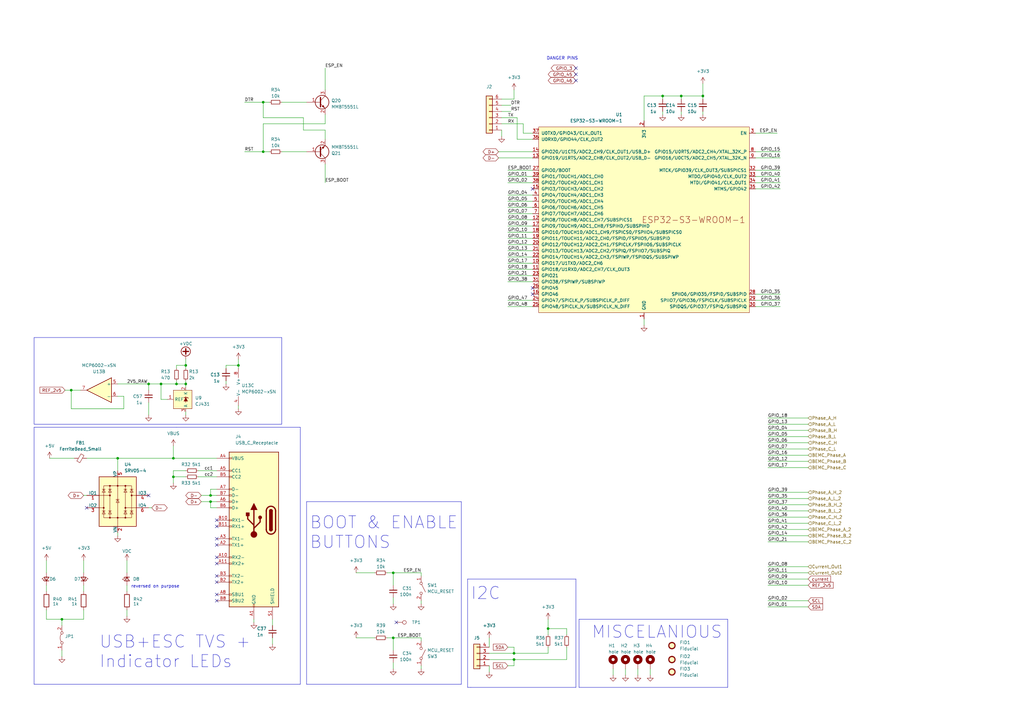
<source format=kicad_sch>
(kicad_sch (version 20230121) (generator eeschema)
  (paper "A3")
  (junction (at 71.12 187.96))
  (junction (at 279.4 39.37))
  (junction (at 76.2 157.48))
  (junction (at 48.26 187.96))
  (junction (at 210.82 267.97))
  (junction (at 86.36 205.74))
  (junction (at 25.4 254))
  (junction (at 86.36 203.2))
  (junction (at 271.78 39.37))
  (junction (at 107.95 62.23))
  (junction (at 288.29 39.37))
  (junction (at 224.79 257.81))
  (junction (at 161.29 234.95))
  (junction (at 107.95 41.91))
  (junction (at 66.04 157.48))
  (junction (at 76.2 149.86))
  (junction (at 210.82 270.51))
  (junction (at 97.79 149.86))
  (junction (at 29.21 160.02))
  (junction (at 60.96 157.48))
  (junction (at 72.39 157.48))
  (junction (at 161.29 261.62))
  (junction (at 71.12 195.58))
  (no_connect (at 88.9 228.6))
  (no_connect (at 218.44 118.11))
  (no_connect (at 60.96 203.2))
  (no_connect (at 88.9 213.36))
  (no_connect (at 236.22 33.02))
  (no_connect (at 88.9 220.98))
  (no_connect (at 218.44 77.47))
  (no_connect (at 88.9 215.9))
  (no_connect (at 88.9 243.84))
  (no_connect (at 236.22 27.94))
  (no_connect (at 88.9 231.14))
  (no_connect (at 88.9 246.38))
  (no_connect (at 88.9 238.76))
  (no_connect (at 236.22 30.48))
  (no_connect (at 88.9 236.22))
  (no_connect (at 162.56 255.27))
  (no_connect (at 218.44 120.65))
  (no_connect (at 35.56 208.28))
  (no_connect (at 88.9 223.52))
  (wire (pts (xy 309.88 64.77) (xy 320.04 64.77)))
  (wire (pts (xy 86.36 205.74) (xy 86.36 208.28)))
  (wire (pts (xy 76.2 195.58) (xy 71.12 195.58)))
  (wire (pts (xy 314.96 240.03) (xy 331.47 240.03)))
  (wire (pts (xy 204.47 64.77) (xy 218.44 64.77)))
  (wire (pts (xy 224.79 254) (xy 224.79 257.81)))
  (wire (pts (xy 208.28 107.95) (xy 218.44 107.95)))
  (wire (pts (xy 314.96 214.63) (xy 331.47 214.63)))
  (wire (pts (xy 48.26 157.48) (xy 60.96 157.48)))
  (wire (pts (xy 200.66 261.62) (xy 200.66 265.43)))
  (wire (pts (xy 208.28 72.39) (xy 218.44 72.39)))
  (wire (pts (xy 52.07 242.57) (xy 52.07 240.03)))
  (wire (pts (xy 107.95 48.26) (xy 107.95 41.91)))
  (wire (pts (xy 66.04 157.48) (xy 72.39 157.48)))
  (wire (pts (xy 205.74 45.72) (xy 209.55 45.72)))
  (wire (pts (xy 19.05 229.87) (xy 19.05 234.95)))
  (polyline (pts (xy 191.77 237.49) (xy 191.77 281.94)))
  (wire (pts (xy 50.8 167.64) (xy 29.21 167.64)))
  (wire (pts (xy 25.4 254) (xy 25.4 256.54)))
  (wire (pts (xy 208.28 80.01) (xy 218.44 80.01)))
  (wire (pts (xy 161.29 240.03) (xy 161.29 234.95)))
  (wire (pts (xy 314.96 181.61) (xy 331.47 181.61)))
  (wire (pts (xy 210.82 40.64) (xy 205.74 40.64)))
  (wire (pts (xy 271.78 39.37) (xy 279.4 39.37)))
  (wire (pts (xy 72.39 156.21) (xy 72.39 157.48)))
  (wire (pts (xy 172.72 262.89) (xy 172.72 261.62)))
  (wire (pts (xy 212.09 57.15) (xy 218.44 57.15)))
  (wire (pts (xy 97.79 147.32) (xy 97.79 149.86)))
  (wire (pts (xy 71.12 195.58) (xy 71.12 193.04)))
  (wire (pts (xy 208.28 265.43) (xy 210.82 265.43)))
  (wire (pts (xy 133.35 67.31) (xy 133.35 74.93)))
  (wire (pts (xy 133.35 53.34) (xy 124.46 53.34)))
  (wire (pts (xy 208.28 273.05) (xy 210.82 273.05)))
  (wire (pts (xy 19.05 240.03) (xy 19.05 242.57)))
  (wire (pts (xy 72.39 151.13) (xy 72.39 149.86)))
  (polyline (pts (xy 189.23 205.74) (xy 189.23 280.67)))
  (wire (pts (xy 331.47 246.38) (xy 314.96 246.38)))
  (wire (pts (xy 279.4 45.72) (xy 279.4 46.99)))
  (wire (pts (xy 146.05 234.95) (xy 153.67 234.95)))
  (wire (pts (xy 208.28 100.33) (xy 218.44 100.33)))
  (wire (pts (xy 29.21 160.02) (xy 33.02 160.02)))
  (polyline (pts (xy 236.22 281.94) (xy 236.22 237.49)))
  (wire (pts (xy 111.76 254) (xy 111.76 256.54)))
  (wire (pts (xy 25.4 254) (xy 34.29 254)))
  (wire (pts (xy 34.29 203.2) (xy 35.56 203.2)))
  (polyline (pts (xy 125.73 205.74) (xy 189.23 205.74)))
  (wire (pts (xy 25.4 266.7) (xy 25.4 269.24)))
  (wire (pts (xy 66.04 163.83) (xy 66.04 157.48)))
  (wire (pts (xy 35.56 187.96) (xy 48.26 187.96)))
  (wire (pts (xy 86.36 203.2) (xy 88.9 203.2)))
  (wire (pts (xy 309.88 72.39) (xy 320.04 72.39)))
  (wire (pts (xy 48.26 193.04) (xy 48.26 187.96)))
  (wire (pts (xy 210.82 36.83) (xy 210.82 40.64)))
  (wire (pts (xy 266.7 274.32) (xy 266.7 276.86)))
  (wire (pts (xy 314.96 204.47) (xy 331.47 204.47)))
  (wire (pts (xy 76.2 156.21) (xy 76.2 157.48)))
  (wire (pts (xy 107.95 41.91) (xy 110.49 41.91)))
  (polyline (pts (xy 72.39 175.26) (xy 123.19 175.26)))
  (wire (pts (xy 52.07 229.87) (xy 52.07 234.95)))
  (wire (pts (xy 309.88 74.93) (xy 320.04 74.93)))
  (polyline (pts (xy 237.49 254) (xy 298.45 254)))
  (wire (pts (xy 232.41 257.81) (xy 224.79 257.81)))
  (wire (pts (xy 271.78 39.37) (xy 271.78 40.64)))
  (wire (pts (xy 224.79 265.43) (xy 224.79 267.97)))
  (wire (pts (xy 111.76 261.62) (xy 111.76 264.16)))
  (wire (pts (xy 264.16 130.81) (xy 264.16 133.35)))
  (wire (pts (xy 314.96 234.95) (xy 331.47 234.95)))
  (wire (pts (xy 210.82 267.97) (xy 224.79 267.97)))
  (wire (pts (xy 172.72 273.05) (xy 172.72 274.32)))
  (wire (pts (xy 146.05 261.62) (xy 153.67 261.62)))
  (wire (pts (xy 314.96 207.01) (xy 331.47 207.01)))
  (wire (pts (xy 314.96 184.15) (xy 331.47 184.15)))
  (wire (pts (xy 107.95 50.8) (xy 107.95 62.23)))
  (wire (pts (xy 172.72 234.95) (xy 172.72 236.22)))
  (wire (pts (xy 208.28 113.03) (xy 218.44 113.03)))
  (wire (pts (xy 288.29 45.72) (xy 288.29 46.99)))
  (polyline (pts (xy 237.49 281.94) (xy 298.45 281.94)))
  (wire (pts (xy 86.36 208.28) (xy 88.9 208.28)))
  (wire (pts (xy 208.28 97.79) (xy 218.44 97.79)))
  (wire (pts (xy 76.2 147.32) (xy 76.2 149.86)))
  (polyline (pts (xy 236.22 237.49) (xy 191.77 237.49)))
  (wire (pts (xy 264.16 49.53) (xy 264.16 39.37)))
  (polyline (pts (xy 298.45 281.94) (xy 298.45 254)))
  (polyline (pts (xy 13.97 280.67) (xy 13.97 175.26)))
  (wire (pts (xy 92.71 149.86) (xy 97.79 149.86)))
  (wire (pts (xy 60.96 165.1) (xy 60.96 170.18)))
  (wire (pts (xy 314.96 201.93) (xy 331.47 201.93)))
  (wire (pts (xy 314.96 222.25) (xy 331.47 222.25)))
  (wire (pts (xy 208.28 102.87) (xy 218.44 102.87)))
  (polyline (pts (xy 13.97 175.26) (xy 72.39 175.26)))
  (wire (pts (xy 314.96 237.49) (xy 331.47 237.49)))
  (wire (pts (xy 279.4 39.37) (xy 288.29 39.37)))
  (wire (pts (xy 251.46 274.32) (xy 251.46 276.86)))
  (wire (pts (xy 200.66 270.51) (xy 210.82 270.51)))
  (wire (pts (xy 232.41 270.51) (xy 232.41 265.43)))
  (wire (pts (xy 208.28 82.55) (xy 218.44 82.55)))
  (wire (pts (xy 133.35 50.8) (xy 107.95 50.8)))
  (wire (pts (xy 200.66 275.59) (xy 200.66 273.05)))
  (wire (pts (xy 60.96 157.48) (xy 60.96 160.02)))
  (wire (pts (xy 314.96 217.17) (xy 331.47 217.17)))
  (wire (pts (xy 208.28 87.63) (xy 218.44 87.63)))
  (wire (pts (xy 97.79 166.37) (xy 97.79 167.64)))
  (wire (pts (xy 100.33 41.91) (xy 107.95 41.91)))
  (wire (pts (xy 205.74 50.8) (xy 214.63 50.8)))
  (polyline (pts (xy 123.19 175.26) (xy 123.19 280.67)))
  (wire (pts (xy 218.44 54.61) (xy 214.63 54.61)))
  (wire (pts (xy 208.28 69.85) (xy 218.44 69.85)))
  (wire (pts (xy 60.96 157.48) (xy 66.04 157.48)))
  (wire (pts (xy 26.67 160.02) (xy 29.21 160.02)))
  (wire (pts (xy 224.79 257.81) (xy 224.79 260.35)))
  (wire (pts (xy 314.96 232.41) (xy 331.47 232.41)))
  (wire (pts (xy 71.12 182.88) (xy 71.12 187.96)))
  (wire (pts (xy 261.62 274.32) (xy 261.62 276.86)))
  (wire (pts (xy 314.96 186.69) (xy 331.47 186.69)))
  (wire (pts (xy 71.12 187.96) (xy 88.9 187.96)))
  (wire (pts (xy 133.35 53.34) (xy 133.35 57.15)))
  (wire (pts (xy 161.29 266.7) (xy 161.29 261.62)))
  (wire (pts (xy 309.88 77.47) (xy 320.04 77.47)))
  (wire (pts (xy 20.32 187.96) (xy 30.48 187.96)))
  (wire (pts (xy 314.96 191.77) (xy 331.47 191.77)))
  (polyline (pts (xy 193.04 281.94) (xy 236.22 281.94)))
  (wire (pts (xy 133.35 27.94) (xy 133.35 36.83)))
  (wire (pts (xy 81.28 193.04) (xy 88.9 193.04)))
  (wire (pts (xy 232.41 260.35) (xy 232.41 257.81)))
  (wire (pts (xy 208.28 123.19) (xy 218.44 123.19)))
  (wire (pts (xy 314.96 189.23) (xy 331.47 189.23)))
  (wire (pts (xy 212.09 48.26) (xy 212.09 57.15)))
  (wire (pts (xy 158.75 234.95) (xy 161.29 234.95)))
  (wire (pts (xy 314.96 179.07) (xy 331.47 179.07)))
  (wire (pts (xy 205.74 55.88) (xy 205.74 53.34)))
  (wire (pts (xy 208.28 105.41) (xy 218.44 105.41)))
  (wire (pts (xy 68.58 163.83) (xy 66.04 163.83)))
  (wire (pts (xy 331.47 248.92) (xy 314.96 248.92)))
  (wire (pts (xy 72.39 149.86) (xy 76.2 149.86)))
  (wire (pts (xy 48.26 187.96) (xy 71.12 187.96)))
  (wire (pts (xy 81.28 195.58) (xy 88.9 195.58)))
  (wire (pts (xy 309.88 62.23) (xy 320.04 62.23)))
  (wire (pts (xy 19.05 254) (xy 25.4 254)))
  (wire (pts (xy 271.78 45.72) (xy 271.78 46.99)))
  (wire (pts (xy 124.46 48.26) (xy 107.95 48.26)))
  (wire (pts (xy 48.26 219.71) (xy 48.26 218.44)))
  (wire (pts (xy 314.96 171.45) (xy 331.47 171.45)))
  (wire (pts (xy 161.29 271.78) (xy 161.29 274.32)))
  (wire (pts (xy 82.55 205.74) (xy 86.36 205.74)))
  (wire (pts (xy 76.2 149.86) (xy 76.2 151.13)))
  (wire (pts (xy 256.54 274.32) (xy 256.54 276.86)))
  (wire (pts (xy 48.26 162.56) (xy 50.8 162.56)))
  (wire (pts (xy 212.09 48.26) (xy 205.74 48.26)))
  (wire (pts (xy 100.33 62.23) (xy 107.95 62.23)))
  (polyline (pts (xy 191.77 281.94) (xy 193.04 281.94)))
  (wire (pts (xy 92.71 149.86) (xy 92.71 151.13)))
  (wire (pts (xy 76.2 168.91) (xy 76.2 170.18)))
  (wire (pts (xy 314.96 209.55) (xy 331.47 209.55)))
  (wire (pts (xy 161.29 261.62) (xy 158.75 261.62)))
  (wire (pts (xy 208.28 95.25) (xy 218.44 95.25)))
  (wire (pts (xy 204.47 62.23) (xy 218.44 62.23)))
  (wire (pts (xy 50.8 162.56) (xy 50.8 167.64)))
  (wire (pts (xy 52.07 252.73) (xy 52.07 250.19)))
  (wire (pts (xy 210.82 265.43) (xy 210.82 267.97)))
  (polyline (pts (xy 189.23 280.67) (xy 125.73 280.67)))
  (wire (pts (xy 210.82 270.51) (xy 232.41 270.51)))
  (wire (pts (xy 115.57 62.23) (xy 125.73 62.23)))
  (wire (pts (xy 309.88 69.85) (xy 320.04 69.85)))
  (wire (pts (xy 208.28 74.93) (xy 218.44 74.93)))
  (polyline (pts (xy 125.73 280.67) (xy 125.73 205.74)))
  (wire (pts (xy 115.57 41.91) (xy 125.73 41.91)))
  (wire (pts (xy 71.12 193.04) (xy 76.2 193.04)))
  (wire (pts (xy 19.05 250.19) (xy 19.05 254)))
  (wire (pts (xy 318.77 54.61) (xy 309.88 54.61)))
  (wire (pts (xy 161.29 261.62) (xy 172.72 261.62)))
  (wire (pts (xy 205.74 43.18) (xy 209.55 43.18)))
  (wire (pts (xy 208.28 115.57) (xy 218.44 115.57)))
  (wire (pts (xy 133.35 46.99) (xy 133.35 50.8)))
  (wire (pts (xy 97.79 149.86) (xy 97.79 151.13)))
  (wire (pts (xy 62.23 208.28) (xy 60.96 208.28)))
  (wire (pts (xy 309.88 125.73) (xy 320.04 125.73)))
  (wire (pts (xy 86.36 205.74) (xy 88.9 205.74)))
  (wire (pts (xy 34.29 254) (xy 34.29 250.19)))
  (wire (pts (xy 29.21 167.64) (xy 29.21 160.02)))
  (wire (pts (xy 208.28 125.73) (xy 218.44 125.73)))
  (wire (pts (xy 309.88 123.19) (xy 320.04 123.19)))
  (wire (pts (xy 288.29 34.29) (xy 288.29 39.37)))
  (wire (pts (xy 314.96 173.99) (xy 331.47 173.99)))
  (polyline (pts (xy 123.19 280.67) (xy 13.97 280.67)))
  (wire (pts (xy 214.63 54.61) (xy 214.63 50.8)))
  (wire (pts (xy 34.29 240.03) (xy 34.29 242.57)))
  (wire (pts (xy 210.82 273.05) (xy 210.82 270.51)))
  (wire (pts (xy 161.29 234.95) (xy 172.72 234.95)))
  (wire (pts (xy 309.88 120.65) (xy 320.04 120.65)))
  (wire (pts (xy 271.78 39.37) (xy 264.16 39.37)))
  (wire (pts (xy 208.28 110.49) (xy 218.44 110.49)))
  (wire (pts (xy 104.14 254) (xy 104.14 255.27)))
  (wire (pts (xy 161.29 245.11) (xy 161.29 247.65)))
  (wire (pts (xy 208.28 92.71) (xy 218.44 92.71)))
  (wire (pts (xy 288.29 39.37) (xy 288.29 40.64)))
  (wire (pts (xy 86.36 200.66) (xy 88.9 200.66)))
  (wire (pts (xy 314.96 212.09) (xy 331.47 212.09)))
  (wire (pts (xy 314.96 176.53) (xy 331.47 176.53)))
  (wire (pts (xy 107.95 62.23) (xy 110.49 62.23)))
  (wire (pts (xy 82.55 203.2) (xy 86.36 203.2)))
  (polyline (pts (xy 237.49 254) (xy 237.49 281.94)))
  (wire (pts (xy 279.4 39.37) (xy 279.4 40.64)))
  (wire (pts (xy 314.96 219.71) (xy 331.47 219.71)))
  (wire (pts (xy 86.36 200.66) (xy 86.36 203.2)))
  (wire (pts (xy 71.12 198.12) (xy 71.12 195.58)))
  (wire (pts (xy 72.39 157.48) (xy 76.2 157.48)))
  (wire (pts (xy 124.46 53.34) (xy 124.46 48.26)))
  (wire (pts (xy 200.66 267.97) (xy 210.82 267.97)))
  (wire (pts (xy 172.72 246.38) (xy 172.72 247.65)))
  (wire (pts (xy 208.28 85.09) (xy 218.44 85.09)))
  (wire (pts (xy 76.2 157.48) (xy 76.2 158.75)))
  (wire (pts (xy 92.71 156.21) (xy 92.71 157.48)))
  (wire (pts (xy 34.29 229.87) (xy 34.29 234.95)))
  (wire (pts (xy 208.28 90.17) (xy 218.44 90.17)))
  (rectangle (start 13.97 138.43) (end 115.57 173.99))
  (text "MISCELANIOUS" (at 242.57 262.255 0) (effects (font (size 5 5)) (justify left bottom)))
  (text "BOOT & ENABLE\nBUTTONS" (at 127 225.425 0) (effects (font (size 5 5)) (justify left bottom)))
  (text "I2C" (at 193.04 246.38 0) (effects (font (size 5 5)) (justify left bottom)))
  (text "reversed on purpose" (at 73.66 241.3 0) (effects (font (size 1.27 1.27)) (justify right bottom)))
  (text "USB+ESC TVS + \nIndicator LEDs" (at 40.64 274.32 0) (effects (font (size 5 5)) (justify left bottom)))
  (text "DANGER PINS\n" (at 224.155 24.765 0) (effects (font (size 1.27 1.27)) (justify left bottom)))
  (label "GPIO_42" (at 320.04 77.47 180))
  (label "RST" (at 100.33 62.23 0))
  (label "GPIO_41" (at 314.96 214.63 0))
  (label "GPIO_08" (at 208.28 90.17 0))
  (label "GPIO_01" (at 314.96 248.92 0))
  (label "GPIO_40" (at 320.04 72.39 180))
  (label "GPIO_08" (at 314.96 232.41 0))
  (label "GPIO_10" (at 208.28 95.25 0))
  (label "GPIO_36" (at 320.04 123.19 180))
  (label "GPIO_35" (at 314.96 204.47 0))
  (label "GPIO_38" (at 208.28 115.57 0))
  (label "GPIO_18" (at 208.28 110.49 0))
  (label "GPIO_16" (at 314.96 186.69 0))
  (label "GPIO_05" (at 208.28 82.55 0))
  (label "GPIO_41" (at 320.04 74.93 180))
  (label "RX" (at 208.28 50.8 0))
  (label "GPIO_09" (at 314.96 237.49 0))
  (label "GPIO_12" (at 314.96 189.23 0))
  (label "GPIO_14" (at 208.28 105.41 0))
  (label "GPIO_15" (at 320.04 62.23 180))
  (label "GPIO_12" (at 208.28 100.33 0))
  (label "ESP_BOOT" (at 208.28 69.85 0))
  (label "GPIO_35" (at 320.04 120.65 180))
  (label "GPIO_04" (at 314.96 176.53 0))
  (label "ESP_EN" (at 172.72 234.95 180))
  (label "GPIO_21" (at 208.28 113.03 0))
  (label "GPIO_39" (at 314.96 201.93 0))
  (label "GPIO_48" (at 208.28 125.73 0))
  (label "GPIO_17" (at 314.96 191.77 0))
  (label "GPIO_02" (at 314.96 246.38 0))
  (label "GPIO_07" (at 208.28 87.63 0))
  (label "GPIO_11" (at 208.28 97.79 0))
  (label "GPIO_17" (at 208.28 107.95 0))
  (label "GPIO_06" (at 314.96 181.61 0))
  (label "ESP_EN" (at 318.77 54.61 180))
  (label "GPIO_11" (at 314.96 234.95 0))
  (label "ESP_EN" (at 133.35 27.94 0))
  (label "DTR" (at 100.33 41.91 0))
  (label "DTR" (at 209.55 43.18 0))
  (label "GPIO_05" (at 314.96 179.07 0))
  (label "GPIO_10" (at 314.96 240.03 0))
  (label "cc2" (at 83.82 195.58 0))
  (label "ESP_BOOT" (at 133.35 74.93 0))
  (label "2V5_RAW" (at 52.07 157.48 0))
  (label "GPIO_37" (at 320.04 125.73 180))
  (label "GPIO_09" (at 208.28 92.71 0))
  (label "GPIO_04" (at 208.28 80.01 0))
  (label "GPIO_06" (at 208.28 85.09 0))
  (label "GPIO_47" (at 208.28 123.19 0))
  (label "GPIO_14" (at 314.96 219.71 0))
  (label "GPIO_40" (at 314.96 209.55 0))
  (label "GPIO_21" (at 314.96 222.25 0))
  (label "GPIO_02" (at 208.28 74.93 0))
  (label "RST" (at 209.55 45.72 0))
  (label "GPIO_01" (at 208.28 72.39 0))
  (label "GPIO_13" (at 208.28 102.87 0))
  (label "GPIO_07" (at 314.96 184.15 0))
  (label "TX" (at 208.28 48.26 0))
  (label "GPIO_37" (at 314.96 207.01 0))
  (label "GPIO_39" (at 320.04 69.85 180))
  (label "GPIO_18" (at 314.96 171.45 0))
  (label "GPIO_36" (at 314.96 212.09 0))
  (label "GPIO_16" (at 320.04 64.77 180))
  (label "ESP_BOOT" (at 172.72 261.62 180))
  (label "GPIO_42" (at 314.96 217.17 0))
  (label "cc1" (at 83.82 193.04 0))
  (label "GPIO_13" (at 314.96 173.99 0))
  (global_label "SDA" (shape input) (at 208.28 265.43 180) (property "Intersheetrefs" "${INTERSHEET_REFS}" (effects hide)))
  (global_label "GPIO_3" (shape bidirectional) (at 236.22 27.94 180) (property "Intersheetrefs" "${INTERSHEET_REFS}" (effects hide)))
  (global_label "SCL" (shape input) (at 208.28 273.05 180) (property "Intersheetrefs" "${INTERSHEET_REFS}" (effects hide)))
  (global_label "D-" (shape bidirectional) (at 204.47 64.77 180) (property "Intersheetrefs" "${INTERSHEET_REFS}" (effects hide)))
  (global_label "D+" (shape bidirectional) (at 34.29 203.2 180) (property "Intersheetrefs" "${INTERSHEET_REFS}" (effects hide)))
  (global_label "D+" (shape bidirectional) (at 204.47 62.23 180) (property "Intersheetrefs" "${INTERSHEET_REFS}" (effects hide)))
  (global_label "D-" (shape bidirectional) (at 82.55 203.2 180) (property "Intersheetrefs" "${INTERSHEET_REFS}" (effects hide)))
  (global_label "SCL" (shape input) (at 331.47 246.38 0) (property "Intersheetrefs" "${INTERSHEET_REFS}" (effects hide)))
  (global_label "current" (shape input) (at 331.47 237.49 0) (property "Intersheetrefs" "${INTERSHEET_REFS}" (effects hide)))
  (global_label "REF_2v5" (shape input) (at 331.47 240.03 0) (property "Intersheetrefs" "${INTERSHEET_REFS}" (effects hide)))
  (global_label "GPIO_45" (shape bidirectional) (at 236.22 30.48 180) (property "Intersheetrefs" "${INTERSHEET_REFS}" (effects hide)))
  (global_label "GPIO_46" (shape bidirectional) (at 236.22 33.02 180) (property "Intersheetrefs" "${INTERSHEET_REFS}" (effects hide)))
  (global_label "REF_2v5" (shape input) (at 26.67 160.02 180) (property "Intersheetrefs" "${INTERSHEET_REFS}" (effects hide)))
  (global_label "D-" (shape bidirectional) (at 62.23 208.28 0) (property "Intersheetrefs" "${INTERSHEET_REFS}" (effects hide)))
  (global_label "SDA" (shape input) (at 331.47 248.92 0) (property "Intersheetrefs" "${INTERSHEET_REFS}" (effects hide)))
  (global_label "D+" (shape bidirectional) (at 82.55 205.74 180) (property "Intersheetrefs" "${INTERSHEET_REFS}" (effects hide)))
  (hierarchical_label "Phase_A_H_2" (shape input) (at 331.47 201.93 0))
  (hierarchical_label "Phase_C_L_2" (shape input) (at 331.47 214.63 0))
  (hierarchical_label "Phase_B_L" (shape input) (at 331.47 179.07 0))
  (hierarchical_label "BEMC_Phase_A_2" (shape input) (at 331.47 217.17 0))
  (hierarchical_label "Phase_B_H_2" (shape input) (at 331.47 207.01 0))
  (hierarchical_label "Phase_A_L" (shape input) (at 331.47 173.99 0))
  (hierarchical_label "BEMC_Phase_C" (shape input) (at 331.47 191.77 0))
  (hierarchical_label "Phase_C_L" (shape input) (at 331.47 184.15 0))
  (hierarchical_label "Phase_A_H" (shape input) (at 331.47 171.45 0))
  (hierarchical_label "BEMC_Phase_A" (shape input) (at 331.47 186.69 0))
  (hierarchical_label "Phase_B_L_2" (shape input) (at 331.47 209.55 0))
  (hierarchical_label "Phase_C_H" (shape input) (at 331.47 181.61 0))
  (hierarchical_label "BEMC_Phase_B" (shape input) (at 331.47 189.23 0))
  (hierarchical_label "BEMC_Phase_B_2" (shape input) (at 331.47 219.71 0))
  (hierarchical_label "Phase_C_H_2" (shape input) (at 331.47 212.09 0))
  (hierarchical_label "Phase_A_L_2" (shape input) (at 331.47 204.47 0))
  (hierarchical_label "Current_Out1" (shape input) (at 331.47 232.41 0))
  (hierarchical_label "Phase_B_H" (shape input) (at 331.47 176.53 0))
  (hierarchical_label "Current_Out2" (shape input) (at 331.47 234.95 0))
  (hierarchical_label "BEMC_Phase_C_2" (shape input) (at 331.47 222.25 0))
  (symbol (lib_id "Device:R_Small") (at 156.21 261.62 270) (unit 1)
    (property "Reference" "R39" (at 156.21 256.54 90))
    (property "Value" "10k" (at 156.21 259.08 90))
    (property "Footprint" "Resistor_SMD:R_0603_1608Metric" (effects hide))
    (property "LCSC" "C25804" (effects hide))
    (instances (project "Ethernet_switch_4out" (path "" (reference "R39") (unit 1))) (project "cross_band_handy_walkie_talkie_ES8388" (path "" (reference "R6") (unit 1))) (project "ESP32_dual_ESC" (path "" (reference "R38") (unit 1))))
  )
  (symbol (lib_id "power:+VDC") (at 76.2 147.32 0) (unit 1)
    (property "Reference" "#PWR0159" (effects hide))
    (property "Value" "+VDC" (at 76.2 140.97 0))
    (instances (project "Ethernet_switch_4out" (path "" (reference "#PWR0159") (unit 1))) (project "ESP32_dual_ESC" (path "" (reference "#PWR059") (unit 1))))
  )
  (symbol (lib_id "power:+5V") (at 20.32 187.96 0) (unit 1)
    (property "Reference" "#PWR048" (effects hide))
    (property "Value" "+5V" (at 20.32 182.88 0))
    (instances (project "Ethernet_switch_4out" (path "" (reference "#PWR048") (unit 1))) (project "cross_band_handy_walkie_talkie_ES8388" (path "" (reference "#PWR034") (unit 1))) (project "ESP32_dual_ESC" (path "" (reference "#PWR030") (unit 1))))
  )
  (symbol (lib_id "power:GND") (at 25.4 269.24 0) (unit 1)
    (property "Reference" "#PWR080" (effects hide))
    (property "Value" "GND" (effects hide))
    (instances (project "Ethernet_switch_4out" (path "" (reference "#PWR080") (unit 1))) (project "cross_band_handy_walkie_talkie_ES8388" (path "" (reference "#PWR09") (unit 1))) (project "ESP32_dual_ESC" (path "" (reference "#PWR039") (unit 1))))
  )
  (symbol (lib_id "Device:LED_Small") (at 34.29 237.49 270) (mirror x) (unit 1)
    (property "Reference" "D7" (at 31.75 237.49 90))
    (property "Value" "green" (effects hide))
    (property "Footprint" "LED_SMD:LED_0805_2012Metric" (effects hide))
    (property "LCSC" "C2297" (effects hide))
    (instances (project "Ethernet_switch_4out" (path "" (reference "D7") (unit 1))) (project "cross_band_handy_walkie_talkie_ES8388" (path "" (reference "D1") (unit 1))) (project "ESP32_dual_ESC" (path "" (reference "D5") (unit 1))))
  )
  (symbol (lib_id "power:GND") (at 161.29 274.32 0) (unit 1)
    (property "Reference" "#PWR075" (effects hide))
    (property "Value" "GND" (effects hide))
    (instances (project "Ethernet_switch_4out" (path "" (reference "#PWR075") (unit 1))) (project "cross_band_handy_walkie_talkie_ES8388" (path "" (reference "#PWR012") (unit 1))) (project "ESP32_dual_ESC" (path "" (reference "#PWR069") (unit 1))))
  )
  (symbol (lib_id "Device:C_Small") (at 60.96 162.56 180) (unit 1)
    (property "Reference" "C57" (at 58.42 162.56 0) (effects (justify left)))
    (property "Value" "1u" (at 58.42 165.1 0) (effects (justify left)))
    (property "Footprint" "Capacitor_SMD:C_0402_1005Metric" (effects hide))
    (property "LCSC" "C52923" (effects hide))
    (instances (project "Ethernet_switch_4out" (path "" (reference "C57") (unit 1))) (project "cross_band_handy_walkie_talkie_ES8388" (path "" (reference "C5") (unit 1))) (project "ESP32_dual_ESC" (path "" (reference "C13") (unit 1))))
  )
  (symbol (lib_id "Power_Protection:SRV05-4") (at 48.26 205.74 0) (unit 1)
    (property "Reference" "U4" (at 51.0287 190.5 0) (effects (justify left)))
    (property "Value" "SRV05-4" (at 51.0287 193.04 0) (effects (justify left)))
    (property "Footprint" "Package_TO_SOT_SMD:SOT-23-6" (effects hide))
    (property "Datasheet" "http://www.onsemi.com/pub/Collateral/SRV05-4-D.PDF" (effects hide))
    (property "LCSC" "C85364" (effects hide))
    (instances (project "Ethernet_switch_4out" (path "" (reference "U4") (unit 1))) (project "cross_band_handy_walkie_talkie_ES8388" (path "" (reference "U1") (unit 1))) (project "ESP32_dual_ESC" (path "" (reference "U7") (unit 1))))
  )
  (symbol (lib_id "power:GND") (at 111.76 264.16 0) (mirror y) (unit 1)
    (property "Reference" "#PWR084" (effects hide))
    (property "Value" "GND" (effects hide))
    (instances (project "Ethernet_switch_4out" (path "" (reference "#PWR084") (unit 1))) (project "cross_band_handy_walkie_talkie_ES8388" (path "" (reference "#PWR021") (unit 1))) (project "ESP32_dual_ESC" (path "" (reference "#PWR038") (unit 1))))
  )
  (symbol (lib_id "power:+5V") (at 19.05 229.87 0) (unit 1)
    (property "Reference" "#PWR066" (effects hide))
    (property "Value" "+5V" (at 19.05 224.79 0))
    (instances (project "Ethernet_switch_4out" (path "" (reference "#PWR066") (unit 1))) (project "cross_band_handy_walkie_talkie_ES8388" (path "" (reference "#PWR04") (unit 1))) (project "ESP32_dual_ESC" (path "" (reference "#PWR033") (unit 1))))
  )
  (symbol (lib_id "Device:R_Small") (at 72.39 153.67 0) (mirror x) (unit 1)
    (property "Reference" "R13" (at 69.85 152.4 0) (effects (justify right)))
    (property "Value" "470" (at 69.85 154.94 0) (effects (justify right)))
    (property "Footprint" "Resistor_SMD:R_0402_1005Metric" (effects hide))
    (property "LCSC" "C25117" (effects hide))
    (instances (project "MUX_board" (path "" (reference "R13") (unit 1))) (project "Ethernet_switch_4out" (path "" (reference "R68") (unit 1))) (project "ESP32_dual_ESC" (path "" (reference "R34") (unit 1))) (project "BMS_project" (path "" (reference "R12") (unit 1)) (path "" (reference "R12") (unit 1)) (path "" (reference "R24") (unit 1)) (path "" (reference "R25") (unit 1)) (path "" (reference "R26") (unit 1)) (path "" (reference "R27") (unit 1))))
  )
  (symbol (lib_id "Amplifier_Operational:MCP6002-xSN") (at 100.33 158.75 0) (unit 3)
    (property "Reference" "U13" (at 99.06 158.115 0) (effects (justify left)))
    (property "Value" "MCP6002-xSN" (at 99.06 160.655 0) (effects (justify left)))
    (property "Footprint" "Package_SO:SOIC-8_3.9x4.9mm_P1.27mm" (effects hide))
    (property "Datasheet" "http://ww1.microchip.com/downloads/en/DeviceDoc/21733j.pdf" (effects hide))
    (property "LCSC" "C7377" (effects hide))
  )
  (symbol (lib_id "power:GND") (at 52.07 252.73 0) (mirror y) (unit 1)
    (property "Reference" "#PWR082" (effects hide))
    (property "Value" "GND" (effects hide))
    (instances (project "Ethernet_switch_4out" (path "" (reference "#PWR082") (unit 1))) (project "cross_band_handy_walkie_talkie_ES8388" (path "" (reference "#PWR0128") (unit 1))) (project "ESP32_dual_ESC" (path "" (reference "#PWR036") (unit 1))))
  )
  (symbol (lib_id "power:GND") (at 205.74 55.88 0) (unit 1)
    (property "Reference" "#PWR021" (effects hide))
    (property "Value" "GND" (effects hide))
    (instances (project "Ethernet_switch_4out" (path "" (reference "#PWR021") (unit 1))) (project "cross_band_handy_walkie_talkie_ES8388" (path "" (reference "#PWR0121") (unit 1))) (project "ESP32_dual_ESC" (path "" (reference "#PWR027") (unit 1))))
  )
  (symbol (lib_id "Device:R_Small") (at 113.03 62.23 90) (mirror x) (unit 1)
    (property "Reference" "R34" (at 113.03 57.15 90))
    (property "Value" "10k" (at 113.03 59.69 90))
    (property "Footprint" "Resistor_SMD:R_0603_1608Metric" (effects hide))
    (property "LCSC" "C25804" (effects hide))
    (instances (project "Ethernet_switch_4out" (path "" (reference "R34") (unit 1))) (project "cross_band_handy_walkie_talkie_ES8388" (path "" (reference "R1") (unit 1))) (project "ESP32_dual_ESC" (path "" (reference "R19") (unit 1))))
  )
  (symbol (lib_id "power:GND") (at 261.62 276.86 0) (unit 1)
    (property "Reference" "#PWR088" (effects hide))
    (property "Value" "GND" (effects hide))
    (instances (project "Ethernet_switch_4out" (path "" (reference "#PWR088") (unit 1))) (project "cross_band_handy_walkie_talkie_ES8388" (path "" (reference "#PWR038") (unit 1))) (project "ESP32_dual_ESC" (path "" (reference "#PWR057") (unit 1))))
  )
  (symbol (lib_id "Mechanical:MountingHole_Pad") (at 261.62 271.78 0) (unit 1) (in_bom no)
    (property "Reference" "H3" (at 259.715 264.795 0) (effects (justify left)))
    (property "Value" "hole" (at 259.715 267.335 0) (effects (justify left)))
    (property "Footprint" "MountingHole:MountingHole_3.2mm_M3_DIN965_Pad_TopBottom" (effects hide))
  )
  (symbol (lib_id "Device:R") (at 52.07 246.38 0) (mirror x) (unit 1)
    (property "Reference" "R42" (at 54.61 245.745 0) (effects (justify left)))
    (property "Value" "1k" (at 54.61 247.65 0) (effects (justify left)))
    (property "Footprint" "Resistor_SMD:R_0603_1608Metric" (effects hide))
    (property "Datasheet" "https://datasheet.lcsc.com/lcsc/1811022111_UNI-ROYAL-Uniroyal-Elec-0805W8F1001T5E_C17513.pdf" (effects hide))
    (property "LCSC" "C21190" (effects hide))
    (instances (project "Ethernet_switch_4out" (path "" (reference "R42") (unit 1))) (project "cross_band_handy_walkie_talkie_ES8388" (path "" (reference "R45") (unit 1))) (project "ESP32_dual_ESC" (path "" (reference "R24") (unit 1))))
  )
  (symbol (lib_id "Device:R_Small") (at 224.79 262.89 0) (unit 1)
    (property "Reference" "R36" (at 219.71 261.62 0) (effects (justify left)))
    (property "Value" "5k1" (at 219.71 264.16 0) (effects (justify left)))
    (property "Footprint" "Resistor_SMD:R_0402_1005Metric" (effects hide))
    (property "LCSC" "C25905" (effects hide))
    (instances (project "Ethernet_switch_4out" (path "" (reference "R36") (unit 1))) (project "cross_band_handy_walkie_talkie_ES8388" (path "" (reference "R22") (unit 1))) (project "ESP32_dual_ESC" (path "" (reference "R32") (unit 1))))
  )
  (symbol (lib_id "Device:C_Small") (at 288.29 43.18 0) (unit 1)
    (property "Reference" "C15" (at 281.94 43.18 0) (effects (justify left)))
    (property "Value" "10u" (at 281.94 45.72 0) (effects (justify left)))
    (property "Footprint" "Capacitor_SMD:C_0603_1608Metric" (effects hide))
    (property "LCSC" "C96446" (effects hide))
    (instances (project "Ethernet_switch_4out" (path "" (reference "C15") (unit 1))) (project "cross_band_handy_walkie_talkie_ES8388" (path "" (reference "C3") (unit 1))) (project "ESP32_dual_ESC" (path "" (reference "C11") (unit 1))))
  )
  (symbol (lib_id "power:GND") (at 256.54 276.86 0) (unit 1)
    (property "Reference" "#PWR087" (effects hide))
    (property "Value" "GND" (effects hide))
    (instances (project "Ethernet_switch_4out" (path "" (reference "#PWR087") (unit 1))) (project "cross_band_handy_walkie_talkie_ES8388" (path "" (reference "#PWR037") (unit 1))) (project "ESP32_dual_ESC" (path "" (reference "#PWR056") (unit 1))))
  )
  (symbol (lib_id "Transistor_BJT:MMBT5551L") (at 130.81 41.91 0) (unit 1)
    (property "Reference" "Q20" (at 135.89 41.275 0) (effects (justify left)))
    (property "Value" "MMBT5551L" (at 135.89 43.815 0) (effects (justify left)))
    (property "Footprint" "Package_TO_SOT_SMD:SOT-23" (effects hide))
    (property "Datasheet" "www.onsemi.com/pub/Collateral/MMBT5550LT1-D.PDF" (effects hide))
    (property "LCSC" "C2145" (effects hide))
  )
  (symbol (lib_id "Amplifier_Operational:MCP6002-xSN") (at 40.64 160.02 0) (mirror y) (unit 2)
    (property "Reference" "U13" (at 40.64 152.4 0))
    (property "Value" "MCP6002-xSN" (at 40.64 149.86 0))
    (property "Footprint" "Package_SO:SOIC-8_3.9x4.9mm_P1.27mm" (effects hide))
    (property "Datasheet" "http://ww1.microchip.com/downloads/en/DeviceDoc/21733j.pdf" (effects hide))
    (property "LCSC" "C7377" (effects hide))
  )
  (symbol (lib_id "power:GND") (at 279.4 46.99 0) (unit 1)
    (property "Reference" "#PWR017" (effects hide))
    (property "Value" "GND" (effects hide))
    (instances (project "Ethernet_switch_4out" (path "" (reference "#PWR017") (unit 1))) (project "cross_band_handy_walkie_talkie_ES8388" (path "" (reference "#PWR017") (unit 1))) (project "ESP32_dual_ESC" (path "" (reference "#PWR025") (unit 1))))
  )
  (symbol (lib_id "Connector:TestPoint") (at 162.56 255.27 270) (unit 1) (in_bom no) (on_board no)
    (property "Reference" "TP1" (at 168.91 255.2699 90) (effects (justify left)))
    (property "Value" "TestPoint" (effects hide))
    (property "Footprint" "TestPoint:TestPoint_Pad_1.0x1.0mm" (effects hide))
  )
  (symbol (lib_id "Device:C_Small") (at 111.76 259.08 0) (unit 1)
    (property "Reference" "C37" (at 105.41 257.81 0) (effects (justify left)))
    (property "Value" "1n" (at 105.41 260.35 0) (effects (justify left)))
    (property "Footprint" "Capacitor_SMD:C_1206_3216Metric" (effects hide))
    (property "LCSC" "C9196" (effects hide))
    (instances (project "Ethernet_switch_4out" (path "" (reference "C37") (unit 1)) (path "" (reference "C40") (unit 1)) (path "" (reference "C43") (unit 1)) (path "" (reference "C46") (unit 1)) (path "" (reference "C49") (unit 1))) (project "cross_band_handy_walkie_talkie_ES8388" (path "" (reference "C6") (unit 1))) (project "ESP32_dual_ESC" (path "" (reference "C12") (unit 1))))
  )
  (symbol (lib_id "power:+3V3") (at 224.79 254 0) (unit 1)
    (property "Reference" "#PWR063" (effects hide))
    (property "Value" "+3V3" (at 224.79 248.92 0))
    (instances (project "Ethernet_switch_4out" (path "" (reference "#PWR063") (unit 1))) (project "cross_band_handy_walkie_talkie_ES8388" (path "" (reference "#PWR029") (unit 1))) (project "ESP32_dual_ESC" (path "" (reference "#PWR052") (unit 1))))
  )
  (symbol (lib_id "power:+3V3") (at 200.66 261.62 0) (unit 1)
    (property "Reference" "#PWR064" (effects hide))
    (property "Value" "+3V3" (at 200.66 256.54 0))
    (instances (project "Ethernet_switch_4out" (path "" (reference "#PWR064") (unit 1))) (project "cross_band_handy_walkie_talkie_ES8388" (path "" (reference "#PWR0120") (unit 1))) (project "ESP32_dual_ESC" (path "" (reference "#PWR053") (unit 1))))
  )
  (symbol (lib_id "power:+3V3") (at 34.29 229.87 0) (mirror y) (unit 1)
    (property "Reference" "#PWR067" (effects hide))
    (property "Value" "+3V3" (at 34.29 224.79 0))
    (instances (project "Ethernet_switch_4out" (path "" (reference "#PWR067") (unit 1))) (project "cross_band_handy_walkie_talkie_ES8388" (path "" (reference "#PWR03") (unit 1))) (project "ESP32_dual_ESC" (path "" (reference "#PWR034") (unit 1))))
  )
  (symbol (lib_id "Device:R_Small") (at 156.21 234.95 90) (mirror x) (unit 1)
    (property "Reference" "R34" (at 156.21 229.87 90))
    (property "Value" "10k" (at 156.21 232.41 90))
    (property "Footprint" "Resistor_SMD:R_0603_1608Metric" (effects hide))
    (property "LCSC" "C25804" (effects hide))
    (instances (project "Ethernet_switch_4out" (path "" (reference "R34") (unit 1))) (project "cross_band_handy_walkie_talkie_ES8388" (path "" (reference "R1") (unit 1))) (project "ESP32_dual_ESC" (path "" (reference "R36") (unit 1))))
  )
  (symbol (lib_id "Transistor_BJT:MMBT5551L") (at 130.81 62.23 0) (mirror x) (unit 1)
    (property "Reference" "Q21" (at 135.89 62.865 0) (effects (justify left)))
    (property "Value" "MMBT5551L" (at 135.89 60.325 0) (effects (justify left)))
    (property "Footprint" "Package_TO_SOT_SMD:SOT-23" (effects hide))
    (property "Datasheet" "www.onsemi.com/pub/Collateral/MMBT5550LT1-D.PDF" (effects hide))
    (property "LCSC" "C2145" (effects hide))
  )
  (symbol (lib_id "power:+3V3") (at 146.05 261.62 0) (unit 1)
    (property "Reference" "#PWR070" (effects hide))
    (property "Value" "+3V3" (at 146.05 256.54 0))
    (instances (project "Ethernet_switch_4out" (path "" (reference "#PWR070") (unit 1))) (project "cross_band_handy_walkie_talkie_ES8388" (path "" (reference "#PWR010") (unit 1))) (project "ESP32_dual_ESC" (path "" (reference "#PWR066") (unit 1))))
  )
  (symbol (lib_id "power:VDC") (at 52.07 229.87 0) (unit 1)
    (property "Reference" "#PWR090" (effects hide))
    (property "Value" "VDC" (at 52.07 226.06 0))
    (instances (project "ESP32_dual_ESC" (path "" (reference "#PWR090") (unit 1)) (path "" (reference "#PWR035") (unit 1))))
  )
  (symbol (lib_id "Device:R") (at 34.29 246.38 0) (mirror y) (unit 1)
    (property "Reference" "R41" (at 31.75 245.745 0) (effects (justify left)))
    (property "Value" "1k" (at 31.75 247.65 0) (effects (justify left)))
    (property "Footprint" "Resistor_SMD:R_0805_2012Metric" (effects hide))
    (property "Datasheet" "https://datasheet.lcsc.com/lcsc/1811022111_UNI-ROYAL-Uniroyal-Elec-0805W8F1001T5E_C17513.pdf" (effects hide))
    (property "LCSC" "C17513" (effects hide))
    (instances (project "Ethernet_switch_4out" (path "" (reference "R41") (unit 1))) (project "cross_band_handy_walkie_talkie_ES8388" (path "" (reference "R4") (unit 1))) (project "ESP32_dual_ESC" (path "" (reference "R23") (unit 1))))
  )
  (symbol (lib_id "power:GND") (at 200.66 275.59 0) (unit 1)
    (property "Reference" "#PWR071" (effects hide))
    (property "Value" "GND" (effects hide))
    (instances (project "Ethernet_switch_4out" (path "" (reference "#PWR071") (unit 1))) (project "cross_band_handy_walkie_talkie_ES8388" (path "" (reference "#PWR0121") (unit 1))) (project "ESP32_dual_ESC" (path "" (reference "#PWR054") (unit 1))))
  )
  (symbol (lib_id "Connector:USB_C_Receptacle") (at 104.14 213.36 0) (mirror y) (unit 1)
    (property "Reference" "J4" (at 96.52 179.07 0) (effects (justify right)))
    (property "Value" "USB_C_Receptacle" (at 96.52 181.61 0) (effects (justify right)))
    (property "Footprint" "Connector_USB:USB_C_Receptacle_HRO_TYPE-C-31-M-12" (effects hide))
    (property "Datasheet" "https://www.usb.org/sites/default/files/documents/usb_type-c.zip" (effects hide))
    (property "LCSC" "C319148" (effects hide))
    (instances (project "Ethernet_switch_4out" (path "" (reference "J4") (unit 1))) (project "cross_band_handy_walkie_talkie_ES8388" (path "" (reference "J1") (unit 1))) (project "ESP32_dual_ESC" (path "" (reference "J6") (unit 1))))
  )
  (symbol (lib_id "power:GND") (at 104.14 255.27 0) (unit 1)
    (property "Reference" "#PWR083" (effects hide))
    (property "Value" "GND" (effects hide))
    (instances (project "Ethernet_switch_4out" (path "" (reference "#PWR083") (unit 1))) (project "cross_band_handy_walkie_talkie_ES8388" (path "" (reference "#PWR020") (unit 1))) (project "ESP32_dual_ESC" (path "" (reference "#PWR037") (unit 1))))
  )
  (symbol (lib_id "Connector_Generic:Conn_01x04") (at 195.58 270.51 180) (unit 1) (in_bom no)
    (property "Reference" "J5" (at 195.58 261.62 0))
    (property "Value" "Conn_01x04" (effects hide))
    (property "Footprint" "Connector_PinHeader_2.54mm:PinHeader_1x04_P2.54mm_Vertical" (effects hide))
    (instances (project "Ethernet_switch_4out" (path "" (reference "J5") (unit 1))) (project "cross_band_handy_walkie_talkie_ES8388" (path "" (reference "J9") (unit 1))) (project "ESP32_dual_ESC" (path "" (reference "J10") (unit 1))))
  )
  (symbol (lib_id "Device:C_Small") (at 271.78 43.18 180) (unit 1)
    (property "Reference" "C13" (at 269.24 43.18 0) (effects (justify left)))
    (property "Value" "1u" (at 269.24 45.72 0) (effects (justify left)))
    (property "Footprint" "Capacitor_SMD:C_0402_1005Metric" (effects hide))
    (property "LCSC" "C52923" (effects hide))
    (instances (project "Ethernet_switch_4out" (path "" (reference "C13") (unit 1))) (project "cross_band_handy_walkie_talkie_ES8388" (path "" (reference "C5") (unit 1))) (project "ESP32_dual_ESC" (path "" (reference "C9") (unit 1))))
  )
  (symbol (lib_id "Device:R_Small") (at 232.41 262.89 0) (unit 1)
    (property "Reference" "R37" (at 227.33 261.62 0) (effects (justify left)))
    (property "Value" "5k1" (at 227.33 264.16 0) (effects (justify left)))
    (property "Footprint" "Resistor_SMD:R_0402_1005Metric" (effects hide))
    (property "LCSC" "C25905" (effects hide))
    (instances (project "Ethernet_switch_4out" (path "" (reference "R37") (unit 1))) (project "cross_band_handy_walkie_talkie_ES8388" (path "" (reference "R23") (unit 1))) (project "ESP32_dual_ESC" (path "" (reference "R33") (unit 1))))
  )
  (symbol (lib_id "Jumper:Jumper_2_Bridged") (at 25.4 261.62 90) (unit 1) (in_bom no)
    (property "Reference" "JP1" (at 26.67 260.985 90) (effects (justify right)))
    (property "Value" "Jumper_2_Bridged" (effects hide))
    (property "Footprint" "Jumper:SolderJumper-2_P1.3mm_Bridged_RoundedPad1.0x1.5mm" (effects hide))
  )
  (symbol (lib_id "power:+3V3") (at 288.29 34.29 0) (mirror y) (unit 1)
    (property "Reference" "#PWR02" (effects hide))
    (property "Value" "+3V3" (at 288.29 29.21 0))
    (instances (project "Ethernet_switch_4out" (path "" (reference "#PWR02") (unit 1))) (project "cross_band_handy_walkie_talkie_ES8388" (path "" (reference "#PWR014") (unit 1))) (project "ESP32_dual_ESC" (path "" (reference "#PWR022") (unit 1))))
  )
  (symbol (lib_id "Device:C_Small") (at 279.4 43.18 0) (unit 1)
    (property "Reference" "C14" (at 273.05 43.18 0) (effects (justify left)))
    (property "Value" "10u" (at 273.05 45.72 0) (effects (justify left)))
    (property "Footprint" "Capacitor_SMD:C_0603_1608Metric" (effects hide))
    (property "LCSC" "C96446" (effects hide))
    (instances (project "Ethernet_switch_4out" (path "" (reference "C14") (unit 1))) (project "cross_band_handy_walkie_talkie_ES8388" (path "" (reference "C4") (unit 1))) (project "ESP32_dual_ESC" (path "" (reference "C10") (unit 1))))
  )
  (symbol (lib_id "power:GND") (at 48.26 219.71 0) (unit 1)
    (property "Reference" "#PWR062" (effects hide))
    (property "Value" "GND" (effects hide))
    (instances (project "Ethernet_switch_4out" (path "" (reference "#PWR062") (unit 1))) (project "cross_band_handy_walkie_talkie_ES8388" (path "" (reference "#PWR011") (unit 1))) (project "ESP32_dual_ESC" (path "" (reference "#PWR032") (unit 1))))
  )
  (symbol (lib_id "power:GND") (at 266.7 276.86 0) (unit 1)
    (property "Reference" "#PWR089" (effects hide))
    (property "Value" "GND" (effects hide))
    (instances (project "Ethernet_switch_4out" (path "" (reference "#PWR089") (unit 1))) (project "cross_band_handy_walkie_talkie_ES8388" (path "" (reference "#PWR039") (unit 1))) (project "ESP32_dual_ESC" (path "" (reference "#PWR058") (unit 1))))
  )
  (symbol (lib_id "Mechanical:MountingHole_Pad") (at 266.7 271.78 0) (unit 1) (in_bom no)
    (property "Reference" "H4" (at 264.795 264.795 0) (effects (justify left)))
    (property "Value" "hole" (at 264.795 267.335 0) (effects (justify left)))
    (property "Footprint" "MountingHole:MountingHole_3.2mm_M3_DIN965_Pad_TopBottom" (effects hide))
  )
  (symbol (lib_id "Device:LED_Small") (at 52.07 237.49 90) (mirror x) (unit 1)
    (property "Reference" "D8" (at 55.88 237.49 90))
    (property "Value" "red" (effects hide))
    (property "Footprint" "LED_SMD:LED_0603_1608Metric" (effects hide))
    (property "LCSC" "C2286" (effects hide))
    (instances (project "Ethernet_switch_4out" (path "" (reference "D8") (unit 1))) (project "cross_band_handy_walkie_talkie_ES8388" (path "" (reference "D8") (unit 1))) (project "ESP32_dual_ESC" (path "" (reference "D6") (unit 1))))
  )
  (symbol (lib_id "Mechanical:Fiducial") (at 275.59 270.51 0) (unit 1) (in_bom no)
    (property "Reference" "FID2" (at 278.765 269.2399 0) (effects (justify left)))
    (property "Value" "Fiducial" (at 278.765 271.7799 0) (effects (justify left)))
    (property "Footprint" "Symbol:KiCad-Logo2_5mm_SilkScreen" (effects hide))
  )
  (symbol (lib_id "Device:R_Small") (at 78.74 193.04 270) (unit 1)
    (property "Reference" "R32" (at 74.295 190.5 90) (effects (justify left)))
    (property "Value" "5k1" (at 78.74 190.5 90) (effects (justify left)))
    (property "Footprint" "Resistor_SMD:R_0402_1005Metric" (effects hide))
    (property "LCSC" "C25905" (effects hide))
    (instances (project "Ethernet_switch_4out" (path "" (reference "R32") (unit 1))) (project "cross_band_handy_walkie_talkie_ES8388" (path "" (reference "R2") (unit 1))) (project "ESP32_dual_ESC" (path "" (reference "R20") (unit 1))))
  )
  (symbol (lib_id "Switch:SW_SPST") (at 172.72 241.3 270) (unit 1)
    (property "Reference" "SW1" (at 175.26 240.0299 90) (effects (justify left)))
    (property "Value" "MCU_RESET" (at 175.26 242.5699 90) (effects (justify left)))
    (property "Footprint" "SamacSys_Parts:PTS526SK15SMTR2LFS" (effects hide))
    (property "LCSC" "C318884" (effects hide))
  )
  (symbol (lib_id "power:GND") (at 161.29 247.65 0) (unit 1)
    (property "Reference" "#PWR060" (effects hide))
    (property "Value" "GND" (effects hide))
    (instances (project "Ethernet_switch_4out" (path "" (reference "#PWR060") (unit 1))) (project "cross_band_handy_walkie_talkie_ES8388" (path "" (reference "#PWR05") (unit 1))) (project "ESP32_dual_ESC" (path "" (reference "#PWR063") (unit 1))))
  )
  (symbol (lib_id "power:GND") (at 172.72 274.32 0) (unit 1)
    (property "Reference" "#PWR076" (effects hide))
    (property "Value" "GND" (effects hide))
    (instances (project "Ethernet_switch_4out" (path "" (reference "#PWR076") (unit 1))) (project "cross_band_handy_walkie_talkie_ES8388" (path "" (reference "#PWR013") (unit 1))) (project "ESP32_dual_ESC" (path "" (reference "#PWR070") (unit 1))))
  )
  (symbol (lib_id "Mechanical:Fiducial") (at 275.59 264.795 0) (unit 1) (in_bom no)
    (property "Reference" "FID1" (at 278.765 263.5249 0) (effects (justify left)))
    (property "Value" "Fiducial" (at 278.765 266.0649 0) (effects (justify left)))
    (property "Footprint" "Fiducial:Fiducial_0.5mm_Mask1mm" (effects hide))
  )
  (symbol (lib_id "Switch:SW_SPST") (at 172.72 267.97 270) (mirror x) (unit 1)
    (property "Reference" "SW3" (at 175.26 269.2401 90) (effects (justify left)))
    (property "Value" "MCU_RESET" (at 175.26 266.7001 90) (effects (justify left)))
    (property "Footprint" "SamacSys_Parts:PTS526SK15SMTR2LFS" (effects hide))
    (property "LCSC" "C318884" (effects hide))
    (instances (project "Ethernet_switch_4out" (path "" (reference "SW3") (unit 1))) (project "cross_band_handy_walkie_talkie_ES8388" (path "" (reference "SW2") (unit 1))) (project "ESP32_dual_ESC" (path "" (reference "SW3") (unit 1))))
  )
  (symbol (lib_id "power:GND") (at 71.12 198.12 0) (unit 1)
    (property "Reference" "#PWR055" (effects hide))
    (property "Value" "GND" (effects hide))
    (instances (project "Ethernet_switch_4out" (path "" (reference "#PWR055") (unit 1))) (project "cross_band_handy_walkie_talkie_ES8388" (path "" (reference "#PWR07") (unit 1))) (project "ESP32_dual_ESC" (path "" (reference "#PWR031") (unit 1))))
  )
  (symbol (lib_id "Connector_Generic:Conn_01x06") (at 200.66 48.26 180) (unit 1)
    (property "Reference" "J2" (at 200.66 35.56 0))
    (property "Value" "Conn_01x06" (effects hide))
    (property "Footprint" "Connector_PinHeader_2.54mm:PinHeader_1x06_P2.54mm_Vertical" (effects hide))
    (instances (project "Ethernet_switch_4out" (path "" (reference "J2") (unit 1))) (project "ESP32_dual_ESC" (path "" (reference "J7") (unit 1))))
  )
  (symbol (lib_id "Device:C_Small") (at 161.29 242.57 180) (unit 1)
    (property "Reference" "C31" (at 168.91 241.3 0) (effects (justify left)))
    (property "Value" "100n" (at 168.91 243.84 0) (effects (justify left)))
    (property "Footprint" "Capacitor_SMD:C_0603_1608Metric" (effects hide))
    (property "LCSC" "C14663" (effects hide))
    (instances (project "Ethernet_switch_4out" (path "" (reference "C31") (unit 1)) (path "" (reference "C38") (unit 1)) (path "" (reference "C41") (unit 1)) (path "" (reference "C44") (unit 1)) (path "" (reference "C47") (unit 1))) (project "cross_band_handy_walkie_talkie_ES8388" (path "" (reference "C1") (unit 1))) (project "ESP32_dual_ESC" (path "" (reference "C14") (unit 1))))
  )
  (symbol (lib_id "My_custom_lib:CJ431") (at 76.2 163.83 90) (unit 1)
    (property "Reference" "U9" (at 80.01 163.195 90) (effects (justify right)))
    (property "Value" "CJ431" (at 80.01 165.735 90) (effects (justify right)))
    (property "Footprint" "Package_TO_SOT_SMD:SOT-23" (effects hide))
    (property "Datasheet" "https://datasheet.lcsc.com/lcsc/2304140030_Jiangsu-Changjing-Electronics-Technology-Co---Ltd--CJ431_C3113.pdf" (effects hide))
    (property "LCSC" "C3113" (effects hide))
  )
  (symbol (lib_id "Device:FerriteBead_Small") (at 33.02 187.96 90) (unit 1)
    (property "Reference" "FB1" (at 32.9819 181.61 90))
    (property "Value" "FerriteBead_Small" (at 32.9819 184.15 90))
    (property "Footprint" "Resistor_SMD:R_0805_2012Metric" (effects hide))
    (property "Datasheet" "https://jlcpcb.com/partdetail/Sunlord-GZ2012D101TF/C1015" (effects hide))
    (property "LCSC" "C1015" (effects hide))
  )
  (symbol (lib_id "power:GND") (at 76.2 170.18 0) (mirror y) (unit 1)
    (property "Reference" "#PWR0157" (effects hide))
    (property "Value" "GND" (effects hide))
    (instances (project "Ethernet_switch_4out" (path "" (reference "#PWR0157") (unit 1))) (project "cross_band_handy_walkie_talkie_ES8388" (path "" (reference "#PWR05") (unit 1))) (project "ESP32_dual_ESC" (path "" (reference "#PWR061") (unit 1))))
  )
  (symbol (lib_id "power:GND") (at 92.71 157.48 0) (unit 1)
    (property "Reference" "#PWR016" (effects hide))
    (property "Value" "GND" (effects hide))
    (instances (project "Ethernet_switch_4out" (path "" (reference "#PWR016") (unit 1))) (project "cross_band_handy_walkie_talkie_ES8388" (path "" (reference "#PWR018") (unit 1))) (project "ESP32_dual_ESC" (path "" (reference "#PWR0100") (unit 1))))
  )
  (symbol (lib_id "power:VBUS") (at 71.12 182.88 0) (mirror y) (unit 1)
    (property "Reference" "#PWR047" (effects hide))
    (property "Value" "VBUS" (at 71.12 177.8 0))
    (instances (project "Ethernet_switch_4out" (path "" (reference "#PWR047") (unit 1))) (project "cross_band_handy_walkie_talkie_ES8388" (path "" (reference "#PWR01") (unit 1))) (project "ESP32_dual_ESC" (path "" (reference "#PWR028") (unit 1))))
  )
  (symbol (lib_id "Device:LED_Small") (at 19.05 237.49 90) (unit 1)
    (property "Reference" "D6" (at 21.59 237.49 90))
    (property "Value" "green" (effects hide))
    (property "Footprint" "LED_SMD:LED_0805_2012Metric" (effects hide))
    (property "LCSC" "C2297" (effects hide))
    (instances (project "Ethernet_switch_4out" (path "" (reference "D6") (unit 1))) (project "cross_band_handy_walkie_talkie_ES8388" (path "" (reference "D2") (unit 1))) (project "ESP32_dual_ESC" (path "" (reference "D4") (unit 1))))
  )
  (symbol (lib_id "Device:R_Small") (at 76.2 153.67 0) (mirror y) (unit 1)
    (property "Reference" "R13" (at 77.47 152.4 0) (effects (justify right)))
    (property "Value" "2k" (at 77.47 154.94 0) (effects (justify right)))
    (property "Footprint" "Resistor_SMD:R_0402_1005Metric" (effects hide))
    (property "LCSC" "C4109" (effects hide))
    (instances (project "MUX_board" (path "" (reference "R13") (unit 1))) (project "Ethernet_switch_4out" (path "" (reference "R69") (unit 1))) (project "ESP32_dual_ESC" (path "" (reference "R35") (unit 1))) (project "BMS_project" (path "" (reference "R12") (unit 1)) (path "" (reference "R12") (unit 1)) (path "" (reference "R24") (unit 1)) (path "" (reference "R25") (unit 1)) (path "" (reference "R26") (unit 1)) (path "" (reference "R27") (unit 1))))
  )
  (symbol (lib_id "Mechanical:Fiducial") (at 275.59 275.59 0) (unit 1) (in_bom no)
    (property "Reference" "FID3" (at 278.765 274.3199 0) (effects (justify left)))
    (property "Value" "Fiducial" (at 278.765 276.8599 0) (effects (justify left)))
    (property "Footprint" "Symbol:WEEE-Logo_4.2x6mm_SilkScreen" (effects hide))
  )
  (symbol (lib_id "Device:R_Small") (at 113.03 41.91 90) (mirror x) (unit 1)
    (property "Reference" "R34" (at 113.03 36.83 90))
    (property "Value" "10k" (at 113.03 39.37 90))
    (property "Footprint" "Resistor_SMD:R_0603_1608Metric" (effects hide))
    (property "LCSC" "C25804" (effects hide))
    (instances (project "Ethernet_switch_4out" (path "" (reference "R34") (unit 1))) (project "cross_band_handy_walkie_talkie_ES8388" (path "" (reference "R1") (unit 1))) (project "ESP32_dual_ESC" (path "" (reference "R18") (unit 1))))
  )
  (symbol (lib_id "power:GND") (at 172.72 247.65 0) (unit 1)
    (property "Reference" "#PWR061" (effects hide))
    (property "Value" "GND" (effects hide))
    (instances (project "Ethernet_switch_4out" (path "" (reference "#PWR061") (unit 1))) (project "cross_band_handy_walkie_talkie_ES8388" (path "" (reference "#PWR06") (unit 1))) (project "ESP32_dual_ESC" (path "" (reference "#PWR064") (unit 1))))
  )
  (symbol (lib_id "power:+3V3") (at 97.79 147.32 0) (unit 1)
    (property "Reference" "#PWR011" (effects hide))
    (property "Value" "+3V3" (at 97.79 142.24 0))
    (instances (project "Ethernet_switch_4out" (path "" (reference "#PWR011") (unit 1))) (project "cross_band_handy_walkie_talkie_ES8388" (path "" (reference "#PWR0120") (unit 1))) (project "ESP32_dual_ESC" (path "" (reference "#PWR099") (unit 1))))
  )
  (symbol (lib_id "Mechanical:MountingHole_Pad") (at 251.46 271.78 0) (unit 1) (in_bom no)
    (property "Reference" "H1" (at 249.555 264.795 0) (effects (justify left)))
    (property "Value" "hole" (at 249.555 267.335 0) (effects (justify left)))
    (property "Footprint" "MountingHole:MountingHole_3.2mm_M3_DIN965_Pad_TopBottom" (effects hide))
  )
  (symbol (lib_id "power:GND") (at 264.16 133.35 0) (mirror y) (unit 1)
    (property "Reference" "#PWR036" (effects hide))
    (property "Value" "GND" (effects hide))
    (instances (project "Ethernet_switch_4out" (path "" (reference "#PWR036") (unit 1))) (project "cross_band_handy_walkie_talkie_ES8388" (path "" (reference "#PWR015") (unit 1))) (project "ESP32_dual_ESC" (path "" (reference "#PWR029") (unit 1))))
  )
  (symbol (lib_id "power:GND") (at 251.46 276.86 0) (unit 1)
    (property "Reference" "#PWR086" (effects hide))
    (property "Value" "GND" (effects hide))
    (instances (project "Ethernet_switch_4out" (path "" (reference "#PWR086") (unit 1))) (project "cross_band_handy_walkie_talkie_ES8388" (path "" (reference "#PWR036") (unit 1))) (project "ESP32_dual_ESC" (path "" (reference "#PWR055") (unit 1))))
  )
  (symbol (lib_id "power:GND") (at 60.96 170.18 0) (unit 1)
    (property "Reference" "#PWR0158" (effects hide))
    (property "Value" "GND" (effects hide))
    (instances (project "Ethernet_switch_4out" (path "" (reference "#PWR0158") (unit 1))) (project "cross_band_handy_walkie_talkie_ES8388" (path "" (reference "#PWR05") (unit 1))) (project "ESP32_dual_ESC" (path "" (reference "#PWR060") (unit 1))))
  )
  (symbol (lib_id "power:+3V3") (at 146.05 234.95 0) (unit 1)
    (property "Reference" "#PWR056" (effects hide))
    (property "Value" "+3V3" (at 146.05 229.87 0))
    (instances (project "Ethernet_switch_4out" (path "" (reference "#PWR056") (unit 1))) (project "cross_band_handy_walkie_talkie_ES8388" (path "" (reference "#PWR02") (unit 1))) (project "ESP32_dual_ESC" (path "" (reference "#PWR062") (unit 1))))
  )
  (symbol (lib_id "Device:R_Small") (at 78.74 195.58 270) (mirror x) (unit 1)
    (property "Reference" "R33" (at 74.295 198.12 90) (effects (justify left)))
    (property "Value" "5k1" (at 78.74 198.12 90) (effects (justify left)))
    (property "Footprint" "Resistor_SMD:R_0402_1005Metric" (effects hide))
    (property "LCSC" "C25905" (effects hide))
    (instances (project "Ethernet_switch_4out" (path "" (reference "R33") (unit 1))) (project "cross_band_handy_walkie_talkie_ES8388" (path "" (reference "R3") (unit 1))) (project "ESP32_dual_ESC" (path "" (reference "R21") (unit 1))))
  )
  (symbol (lib_id "Mechanical:MountingHole_Pad") (at 256.54 271.78 0) (unit 1) (in_bom no)
    (property "Reference" "H2" (at 254.635 264.795 0) (effects (justify left)))
    (property "Value" "hole" (at 254.635 267.335 0) (effects (justify left)))
    (property "Footprint" "MountingHole:MountingHole_3.2mm_M3_DIN965_Pad_TopBottom" (effects hide))
  )
  (symbol (lib_id "Device:R") (at 19.05 246.38 0) (unit 1)
    (property "Reference" "R40" (at 21.59 245.745 0) (effects (justify left)))
    (property "Value" "1k" (at 21.59 247.65 0) (effects (justify left)))
    (property "Footprint" "Resistor_SMD:R_0805_2012Metric" (effects hide))
    (property "Datasheet" "https://datasheet.lcsc.com/lcsc/1811022111_UNI-ROYAL-Uniroyal-Elec-0805W8F1001T5E_C17513.pdf" (effects hide))
    (property "LCSC" "C17513" (effects hide))
    (instances (project "Ethernet_switch_4out" (path "" (reference "R40") (unit 1))) (project "cross_band_handy_walkie_talkie_ES8388" (path "" (reference "R5") (unit 1))) (project "ESP32_dual_ESC" (path "" (reference "R22") (unit 1))))
  )
  (symbol (lib_id "Device:C_Small") (at 161.29 269.24 0) (mirror y) (unit 1)
    (property "Reference" "C34" (at 168.91 267.97 0) (effects (justify left)))
    (property "Value" "100n" (at 168.91 270.51 0) (effects (justify left)))
    (property "Footprint" "Capacitor_SMD:C_0603_1608Metric" (effects hide))
    (property "LCSC" "C14663" (effects hide))
    (instances (project "Ethernet_switch_4out" (path "" (reference "C34") (unit 1)) (path "" (reference "C38") (unit 1)) (path "" (reference "C41") (unit 1)) (path "" (reference "C44") (unit 1)) (path "" (reference "C47") (unit 1))) (project "cross_band_handy_walkie_talkie_ES8388" (path "" (reference "C1") (unit 1))) (project "ESP32_dual_ESC" (path "" (reference "C17") (unit 1))))
  )
  (symbol (lib_id "Espressif:ESP32-S3-WROOM-1") (at 264.16 90.17 0) (mirror y) (unit 1)
    (property "Reference" "U1" (at 255.27 46.99 0) (effects (justify left)))
    (property "Value" "ESP32-S3-WROOM-1" (at 255.27 49.53 0) (effects (justify left)))
    (property "Footprint" "Espressif:ESP32-S3-WROOM-1" (effects hide))
    (property "Datasheet" "https://www.espressif.com/sites/default/files/documentation/esp32-s3-wroom-1_wroom-1u_datasheet_en.pdf" (effects hide))
    (instances (project "Ethernet_switch_4out" (path "" (reference "U1") (unit 1))) (project "Small_load_V1" (path "" (reference "U3") (unit 1))) (project "ESP32_dual_ESC" (path "" (reference "U6") (unit 1))))
  )
  (symbol (lib_id "power:GND") (at 288.29 46.99 0) (unit 1)
    (property "Reference" "#PWR018" (effects hide))
    (property "Value" "GND" (effects hide))
    (instances (project "Ethernet_switch_4out" (path "" (reference "#PWR018") (unit 1))) (project "cross_band_handy_walkie_talkie_ES8388" (path "" (reference "#PWR016") (unit 1))) (project "ESP32_dual_ESC" (path "" (reference "#PWR026") (unit 1))))
  )
  (symbol (lib_id "Device:C_Small") (at 92.71 153.67 180) (unit 1)
    (property "Reference" "C13" (at 90.17 153.67 0) (effects (justify left)))
    (property "Value" "1u" (at 90.17 156.21 0) (effects (justify left)))
    (property "Footprint" "Capacitor_SMD:C_0402_1005Metric" (effects hide))
    (property "LCSC" "C52923" (effects hide))
    (instances (project "Ethernet_switch_4out" (path "" (reference "C13") (unit 1))) (project "cross_band_handy_walkie_talkie_ES8388" (path "" (reference "C5") (unit 1))) (project "ESP32_dual_ESC" (path "" (reference "C78") (unit 1))))
  )
  (symbol (lib_id "power:GND") (at 97.79 167.64 0) (mirror y) (unit 1)
    (property "Reference" "#PWR0157" (effects hide))
    (property "Value" "GND" (effects hide))
    (instances (project "Ethernet_switch_4out" (path "" (reference "#PWR0157") (unit 1))) (project "cross_band_handy_walkie_talkie_ES8388" (path "" (reference "#PWR05") (unit 1))) (project "ESP32_dual_ESC" (path "" (reference "#PWR098") (unit 1))))
  )
  (symbol (lib_id "power:GND") (at 271.78 46.99 0) (unit 1)
    (property "Reference" "#PWR016" (effects hide))
    (property "Value" "GND" (effects hide))
    (instances (project "Ethernet_switch_4out" (path "" (reference "#PWR016") (unit 1))) (project "cross_band_handy_walkie_talkie_ES8388" (path "" (reference "#PWR018") (unit 1))) (project "ESP32_dual_ESC" (path "" (reference "#PWR024") (unit 1))))
  )
  (symbol (lib_id "power:+3V3") (at 210.82 36.83 0) (unit 1)
    (property "Reference" "#PWR011" (effects hide))
    (property "Value" "+3V3" (at 210.82 31.75 0))
    (instances (project "Ethernet_switch_4out" (path "" (reference "#PWR011") (unit 1))) (project "cross_band_handy_walkie_talkie_ES8388" (path "" (reference "#PWR0120") (unit 1))) (project "ESP32_dual_ESC" (path "" (reference "#PWR023") (unit 1))))
  )
)
</source>
